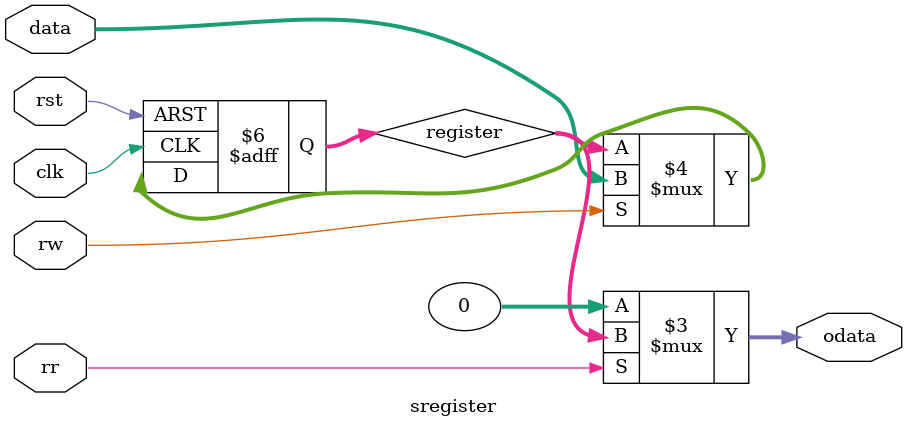
<source format=v>
`timescale 1ns / 1ps


module sregister(
input clk,
input rst,
input rr,//¼Ä´æÆ÷¶Á
input rw,//¼Ä´æÆ÷Ð´
input [31:0]data,
output [31:0]odata
    );
    reg [31:0]register;
    always@(negedge clk or  posedge rst)begin
    if(rst==1)register<=31'd0;
    else if(rw)register<=data;
    end
    assign odata=(rr)?register:0;
endmodule

</source>
